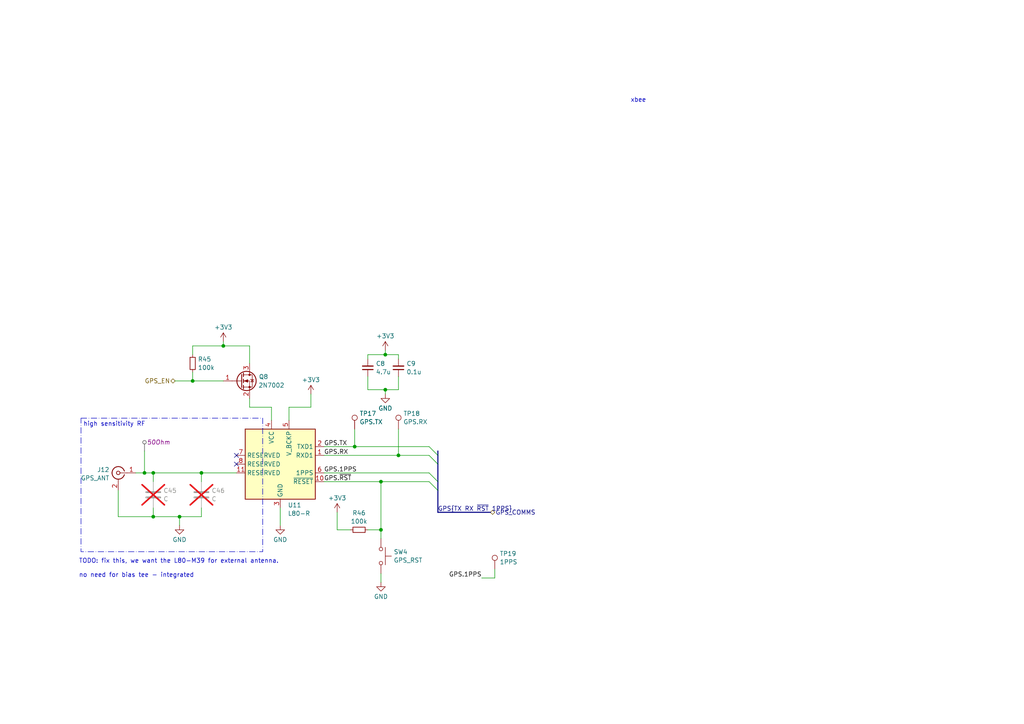
<source format=kicad_sch>
(kicad_sch (version 20230121) (generator eeschema)
  (paper "A4")
  (title_block (title "T3 Telemetry Board") (date "2023-07-26") (rev "1") (company "Solar Vehicle Project"))
  (lib_symbols
    (symbol "Connector:Conn_Coaxial" (pin_names (offset 1.016) hide)
      (property "Reference" "J" (at 0.254 3.048 0))
      (property "Value" "Conn_Coaxial" (at 2.921 0 90))
      (symbol "Conn_Coaxial_0_1"
        (arc (start -1.778 -0.508) (mid 0.2311 -1.8066) (end 1.778 0) (stroke (width 0.254)))
        (polyline (pts (xy -2.54 0) (xy -0.508 0)))
        (polyline (pts (xy 0 -2.54) (xy 0 -1.778)))
        (circle (center 0 0) (radius 0.508) (stroke (width 0.2032)))
        (arc (start 1.778 0) (mid 0.2099 1.8101) (end -1.778 0.508) (stroke (width 0.254)))
      )
      (symbol "Conn_Coaxial_1_1"
        (pin passive line (at -5.08 0 0) (length 2.54) (name "In") (number "1"))
        (pin passive line (at 0 -5.08 90) (length 2.54) (name "Ext") (number "2"))
      )
    )
    (symbol "Connector:TestPoint" (pin_numbers hide) (pin_names (offset 0.762) hide)
      (property "Reference" "TP" (at 0 6.858 0))
      (property "Value" "TestPoint" (at 0 5.08 0))
      (symbol "TestPoint_0_1"
        (circle (center 0 3.302) (radius 0.762))
      )
      (symbol "TestPoint_1_1"
        (pin passive line (at 0 0 90) (length 2.54) (name "1") (number "1"))
      )
    )
    (symbol "Device:C" (pin_numbers hide) (pin_names (offset 0.254))
      (property "Reference" "C" (at 0.635 2.54 0))
      (property "Value" "C" (at 0.635 -2.54 0))
      (symbol "C_0_1"
        (polyline (pts (xy -2.032 -0.762) (xy 2.032 -0.762)) (stroke (width 0.508)))
        (polyline (pts (xy -2.032 0.762) (xy 2.032 0.762)) (stroke (width 0.508)))
      )
      (symbol "C_1_1"
        (pin passive line (at 0 3.81 270) (length 2.794) (name "~") (number "1"))
        (pin passive line (at 0 -3.81 90) (length 2.794) (name "~") (number "2"))
      )
    )
    (symbol "Device:C_Small" (pin_numbers hide) (pin_names (offset 0.254) hide)
      (property "Reference" "C" (at 0.254 1.778 0))
      (property "Value" "C_Small" (at 0.254 -2.032 0))
      (symbol "C_Small_0_1"
        (polyline (pts (xy -1.524 -0.508) (xy 1.524 -0.508)) (stroke (width 0.3302)))
        (polyline (pts (xy -1.524 0.508) (xy 1.524 0.508)) (stroke (width 0.3048)))
      )
      (symbol "C_Small_1_1"
        (pin passive line (at 0 2.54 270) (length 2.032) (name "~") (number "1"))
        (pin passive line (at 0 -2.54 90) (length 2.032) (name "~") (number "2"))
      )
    )
    (symbol "Device:R_Small" (pin_numbers hide) (pin_names (offset 0.254) hide)
      (property "Reference" "R" (at 0.762 0.508 0))
      (property "Value" "R_Small" (at 0.762 -1.016 0))
      (symbol "R_Small_0_1"
        (rectangle (start -0.762 1.778) (end 0.762 -1.778) (stroke (width 0.2032)))
      )
      (symbol "R_Small_1_1"
        (pin passive line (at 0 2.54 270) (length 0.762) (name "~") (number "1"))
        (pin passive line (at 0 -2.54 90) (length 0.762) (name "~") (number "2"))
      )
    )
    (symbol "RF_GPS:L80-R"
      (property "Reference" "U" (at -10.16 11.43 0))
      (property "Value" "L80-R" (at 10.16 11.43 0))
      (symbol "L80-R_0_1"
        (rectangle (start -10.16 10.16) (end 10.16 -10.16) (stroke (width 0.254)) (fill (type background)))
      )
      (symbol "L80-R_1_1"
        (pin input line (at 12.7 2.54 180) (length 2.54) (name "RXD1") (number "1"))
        (pin input line (at 12.7 -5.08 180) (length 2.54) (name "~{RESET}") (number "10"))
        (pin passive line (at -12.7 -2.54 0) (length 2.54) (name "RESERVED") (number "11"))
        (pin passive line (at 0 -12.7 90) (length 2.54) hide (name "GND") (number "12"))
        (pin output line (at 12.7 5.08 180) (length 2.54) (name "TXD1") (number "2"))
        (pin power_in line (at 0 -12.7 90) (length 2.54) (name "GND") (number "3"))
        (pin power_in line (at -2.54 12.7 270) (length 2.54) (name "VCC") (number "4"))
        (pin power_in line (at 2.54 12.7 270) (length 2.54) (name "V_BCKP") (number "5"))
        (pin output line (at 12.7 -2.54 180) (length 2.54) (name "1PPS") (number "6"))
        (pin passive line (at -12.7 2.54 0) (length 2.54) (name "RESERVED") (number "7"))
        (pin passive line (at -12.7 0 0) (length 2.54) (name "RESERVED") (number "8"))
        (pin no_connect line (at 10.16 0 180) (length 2.54) hide (name "NC") (number "9"))
      )
    )
    (symbol "Switch:SW_Push" (pin_numbers hide) (pin_names (offset 1.016) hide)
      (property "Reference" "SW" (at 1.27 2.54 0))
      (property "Value" "SW_Push" (at 0 -1.524 0))
      (symbol "SW_Push_0_1"
        (circle (center -2.032 0) (radius 0.508))
        (polyline (pts (xy 0 1.27) (xy 0 3.048)))
        (polyline (pts (xy 2.54 1.27) (xy -2.54 1.27)))
        (circle (center 2.032 0) (radius 0.508))
        (pin passive line (at -5.08 0 0) (length 2.54) (name "1") (number "1"))
        (pin passive line (at 5.08 0 180) (length 2.54) (name "2") (number "2"))
      )
    )
    (symbol "Transistor_FET:2N7002" (pin_names hide)
      (property "Reference" "Q" (at 5.08 1.905 0))
      (property "Value" "2N7002" (at 5.08 0 0))
      (symbol "2N7002_0_1"
        (polyline (pts (xy 0.254 0) (xy -2.54 0)))
        (polyline (pts (xy 0.254 1.905) (xy 0.254 -1.905)) (stroke (width 0.254)))
        (polyline (pts (xy 0.762 -1.27) (xy 0.762 -2.286)) (stroke (width 0.254)))
        (polyline (pts (xy 0.762 0.508) (xy 0.762 -0.508)) (stroke (width 0.254)))
        (polyline (pts (xy 0.762 2.286) (xy 0.762 1.27)) (stroke (width 0.254)))
        (polyline (pts (xy 2.54 2.54) (xy 2.54 1.778)))
        (polyline (pts (xy 2.54 -2.54) (xy 2.54 0) (xy 0.762 0)))
        (polyline (pts (xy 0.762 -1.778) (xy 3.302 -1.778) (xy 3.302 1.778) (xy 0.762 1.778)))
        (polyline (pts (xy 1.016 0) (xy 2.032 0.381) (xy 2.032 -0.381) (xy 1.016 0)) (fill (type outline)))
        (polyline (pts (xy 2.794 0.508) (xy 2.921 0.381) (xy 3.683 0.381) (xy 3.81 0.254)))
        (polyline (pts (xy 3.302 0.381) (xy 2.921 -0.254) (xy 3.683 -0.254) (xy 3.302 0.381)))
        (circle (center 1.651 0) (radius 2.794) (stroke (width 0.254)))
        (circle (center 2.54 -1.778) (radius 0.254) (fill (type outline)))
        (circle (center 2.54 1.778) (radius 0.254) (fill (type outline)))
      )
      (symbol "2N7002_1_1"
        (pin input line (at -5.08 0 0) (length 2.54) (name "G") (number "1"))
        (pin passive line (at 2.54 -5.08 90) (length 2.54) (name "S") (number "2"))
        (pin passive line (at 2.54 5.08 270) (length 2.54) (name "D") (number "3"))
      )
    )
    (symbol "power:+3V3" (power) (pin_names (offset 0))
      (property "Value" "+3V3" (at 0 3.556 0))
      (symbol "+3V3_0_1"
        (polyline (pts (xy -0.762 1.27) (xy 0 2.54)))
        (polyline (pts (xy 0 0) (xy 0 2.54)))
        (polyline (pts (xy 0 2.54) (xy 0.762 1.27)))
      )
      (symbol "+3V3_1_1"
        (pin power_in line (at 0 0 90) (length 0) hide (name "+3V3") (number "1"))
      )
    )
    (symbol "power:GND" (power) (pin_names (offset 0))
      (property "Value" "GND" (at 0 -3.81 0))
      (symbol "GND_0_1"
        (polyline (pts (xy 0 0) (xy 0 -1.27) (xy 1.27 -1.27) (xy 0 -2.54) (xy -1.27 -1.27) (xy 0 -1.27)))
      )
      (symbol "GND_1_1"
        (pin power_in line (at 0 0 270) (length 0) hide (name "GND") (number "1"))
      )
    )
  )
  (junction (at 55.88 110.49))
  (junction (at 64.77 100.33))
  (junction (at 110.49 139.7))
  (junction (at 44.45 137.16))
  (junction (at 110.49 153.67))
  (junction (at 44.45 149.86))
  (junction (at 52.07 149.86))
  (junction (at 58.42 137.16))
  (junction (at 111.76 113.03))
  (junction (at 102.87 129.54))
  (junction (at 41.91 137.16))
  (junction (at 111.76 102.87))
  (junction (at 115.57 132.08))
  (no_connect (at 68.58 132.08))
  (no_connect (at 68.58 134.62))
  (bus_entry (at 127 142.24) (size -2.54 -2.54))
  (bus_entry (at 127 132.08) (size -2.54 -2.54))
  (bus_entry (at 127 139.7) (size -2.54 -2.54))
  (bus_entry (at 127 134.62) (size -2.54 -2.54))
  (wire (pts (xy 111.76 113.03) (xy 115.57 113.03)))
  (wire (pts (xy 93.98 129.54) (xy 102.87 129.54)))
  (wire (pts (xy 44.45 147.32) (xy 44.45 149.86)))
  (wire (pts (xy 106.68 153.67) (xy 110.49 153.67)))
  (bus (pts (xy 127 130.81) (xy 127 132.08)))
  (wire (pts (xy 72.39 100.33) (xy 72.39 105.41)))
  (bus (pts (xy 127 142.24) (xy 127 148.59)))
  (wire (pts (xy 55.88 110.49) (xy 64.77 110.49)))
  (wire (pts (xy 78.74 118.11) (xy 78.74 121.92)))
  (wire (pts (xy 58.42 137.16) (xy 68.58 137.16)))
  (wire (pts (xy 106.68 109.22) (xy 106.68 113.03)))
  (wire (pts (xy 106.68 102.87) (xy 106.68 104.14)))
  (wire (pts (xy 44.45 137.16) (xy 58.42 137.16)))
  (wire (pts (xy 44.45 149.86) (xy 52.07 149.86)))
  (wire (pts (xy 115.57 104.14) (xy 115.57 102.87)))
  (wire (pts (xy 110.49 139.7) (xy 124.46 139.7)))
  (wire (pts (xy 64.77 100.33) (xy 72.39 100.33)))
  (wire (pts (xy 110.49 139.7) (xy 110.49 153.67)))
  (wire (pts (xy 139.7 167.64) (xy 143.51 167.64)))
  (wire (pts (xy 102.87 129.54) (xy 124.46 129.54)))
  (wire (pts (xy 111.76 102.87) (xy 115.57 102.87)))
  (bus (pts (xy 127 134.62) (xy 127 139.7)))
  (wire (pts (xy 124.46 132.08) (xy 115.57 132.08)))
  (wire (pts (xy 90.17 118.11) (xy 83.82 118.11)))
  (wire (pts (xy 90.17 114.3) (xy 90.17 118.11)))
  (wire (pts (xy 97.79 148.59) (xy 97.79 153.67)))
  (wire (pts (xy 106.68 113.03) (xy 111.76 113.03)))
  (wire (pts (xy 115.57 124.46) (xy 115.57 132.08)))
  (wire (pts (xy 111.76 114.3) (xy 111.76 113.03)))
  (bus (pts (xy 127 139.7) (xy 127 142.24)))
  (wire (pts (xy 72.39 118.11) (xy 78.74 118.11)))
  (wire (pts (xy 143.51 165.1) (xy 143.51 167.64)))
  (wire (pts (xy 52.07 149.86) (xy 52.07 152.4)))
  (wire (pts (xy 97.79 153.67) (xy 101.6 153.67)))
  (wire (pts (xy 111.76 102.87) (xy 106.68 102.87)))
  (wire (pts (xy 93.98 139.7) (xy 110.49 139.7)))
  (bus (pts (xy 127 148.59) (xy 142.24 148.59)))
  (wire (pts (xy 58.42 147.32) (xy 58.42 149.86)))
  (wire (pts (xy 58.42 149.86) (xy 52.07 149.86)))
  (wire (pts (xy 115.57 113.03) (xy 115.57 109.22)))
  (wire (pts (xy 55.88 102.87) (xy 55.88 100.33)))
  (wire (pts (xy 41.91 137.16) (xy 44.45 137.16)))
  (wire (pts (xy 39.37 137.16) (xy 41.91 137.16)))
  (wire (pts (xy 111.76 101.6) (xy 111.76 102.87)))
  (wire (pts (xy 124.46 137.16) (xy 93.98 137.16)))
  (wire (pts (xy 102.87 124.46) (xy 102.87 129.54)))
  (wire (pts (xy 34.29 142.24) (xy 34.29 149.86)))
  (wire (pts (xy 110.49 166.37) (xy 110.49 168.91)))
  (wire (pts (xy 72.39 115.57) (xy 72.39 118.11)))
  (wire (pts (xy 44.45 137.16) (xy 44.45 139.7)))
  (wire (pts (xy 55.88 100.33) (xy 64.77 100.33)))
  (wire (pts (xy 41.91 130.81) (xy 41.91 137.16)))
  (bus (pts (xy 127 132.08) (xy 127 134.62)))
  (wire (pts (xy 81.28 147.32) (xy 81.28 152.4)))
  (wire (pts (xy 34.29 149.86) (xy 44.45 149.86)))
  (wire (pts (xy 55.88 107.95) (xy 55.88 110.49)))
  (wire (pts (xy 110.49 153.67) (xy 110.49 156.21)))
  (wire (pts (xy 83.82 118.11) (xy 83.82 121.92)))
  (wire (pts (xy 64.77 99.06) (xy 64.77 100.33)))
  (wire (pts (xy 50.8 110.49) (xy 55.88 110.49)))
  (wire (pts (xy 115.57 132.08) (xy 93.98 132.08)))
  (wire (pts (xy 58.42 137.16) (xy 58.42 139.7)))
  (rectangle (start 23.495 121.285) (end 76.2 160.02) (stroke (width 0) (type dash_dot)))
  (text "TODO: fix this, we want the L80-M39 for external antenna.\n\nno need for bias tee - integrated\n" (at 22.86 167.64 0) (effects (font (size 1.27 1.27)) (justify left bottom)))
  (text "high sensitivity RF" (at 24.13 123.825 0) (effects (font (size 1.27 1.27)) (justify left bottom)))
  (text "xbee\n" (at 182.88 29.845 0) (effects (font (size 1.27 1.27)) (justify left bottom)))
  (label "GPS.1PPS" (at 139.7 167.64 180))
  (label "GPS{TX RX ~{RST} 1PPS}" (at 127 148.59 0))
  (label "GPS.~{RST}" (at 93.98 139.7 0))
  (label "GPS.TX" (at 93.98 129.54 0))
  (label "GPS.RX" (at 93.98 132.08 0))
  (label "GPS.1PPS" (at 93.98 137.16 0))
  (hierarchical_label "GPS_COMMS" (shape bidirectional) (at 142.24 148.59 0))
  (hierarchical_label "GPS_EN" (shape bidirectional) (at 50.8 110.49 180))
  (netclass_flag "" (length 2.54) (shape round) (at 41.91 130.81 0) (property "Netclass" "50Ohm" (at 42.6085 128.27 0) (effects (font italic) (justify left))))
  (symbol (lib_id "Connector:TestPoint") (at 115.57 124.46 0) (unit 1) (in_bom no)
    (property "Reference" "TP18" (at 116.967 119.9459 0) (effects (justify left)))
    (property "Value" "GPS.RX" (at 116.967 122.3701 0) (effects (justify left)))
    (property "Footprint" "TestPoint:TestPoint_Pad_D1.0mm" (effects hide))
  )
  (symbol (lib_id "power:GND") (at 52.07 152.4 0) (unit 1)
    (property "Reference" "#PWR088" (effects hide))
    (property "Value" "GND" (at 52.07 156.5331 0))
  )
  (symbol (lib_id "power:GND") (at 110.49 168.91 0) (unit 1)
    (property "Reference" "#PWR093" (effects hide))
    (property "Value" "GND" (at 110.49 173.0431 0))
  )
  (symbol (lib_id "Device:R_Small") (at 104.14 153.67 90) (unit 1)
    (property "Reference" "R46" (at 104.14 148.7891 90))
    (property "Value" "100k" (at 104.14 151.2133 90))
    (property "Footprint" "Resistor_SMD:R_0402_1005Metric" (effects hide))
  )
  (symbol (lib_id "power:GND") (at 81.28 152.4 0) (unit 1)
    (property "Reference" "#PWR090" (effects hide))
    (property "Value" "GND" (at 81.28 156.5331 0))
  )
  (symbol (lib_id "Connector:TestPoint") (at 102.87 124.46 0) (unit 1) (in_bom no)
    (property "Reference" "TP17" (at 104.267 119.9459 0) (effects (justify left)))
    (property "Value" "GPS.TX" (at 104.267 122.3701 0) (effects (justify left)))
    (property "Footprint" "TestPoint:TestPoint_Pad_D1.0mm" (effects hide))
  )
  (symbol (lib_id "RF_GPS:L80-R") (at 81.28 134.62 0) (unit 1)
    (property "Reference" "U11" (at 83.4741 146.5001 0) (effects (justify left)))
    (property "Value" "L80-R" (at 83.4741 148.9243 0) (effects (justify left)))
    (property "Footprint" "RF_GPS:Quectel_L80-R" (effects hide))
    (property "Datasheet" "https://www.quectel.com/UploadImage/Downlad/Quectel_L80-R_Hardware_Design_V1.2.pdf" (effects hide))
  )
  (symbol (lib_id "Connector:TestPoint") (at 143.51 165.1 0) (unit 1) (in_bom no)
    (property "Reference" "TP19" (at 144.907 160.5859 0) (effects (justify left)))
    (property "Value" "1PPS" (at 144.907 163.0101 0) (effects (justify left)))
    (property "Footprint" "TestPoint:TestPoint_Pad_D1.0mm" (effects hide))
  )
  (symbol (lib_id "power:+3V3") (at 90.17 114.3 0) (unit 1)
    (property "Reference" "#PWR091" (effects hide))
    (property "Value" "+3V3" (at 90.17 110.1669 0))
  )
  (symbol (lib_id "power:+3V3") (at 97.79 148.59 0) (unit 1)
    (property "Reference" "#PWR092" (effects hide))
    (property "Value" "+3V3" (at 97.79 144.4569 0))
  )
  (symbol (lib_id "Device:R_Small") (at 55.88 105.41 0) (unit 1)
    (property "Reference" "R45" (at 57.3786 104.1979 0) (effects (justify left)))
    (property "Value" "100k" (at 57.3786 106.6221 0) (effects (justify left)))
    (property "Footprint" "Resistor_SMD:R_0402_1005Metric" (effects hide))
  )
  (symbol (lib_id "Device:C_Small") (at 106.68 106.68 180) (unit 1)
    (property "Reference" "C8" (at 109.0041 105.4615 0) (effects (justify right)))
    (property "Value" "4.7u" (at 109.0041 107.8857 0) (effects (justify right)))
    (property "Footprint" "Capacitor_SMD:C_0805_2012Metric" (effects hide))
    (instances (project "telem3" (path "" (reference "C8") (unit 1)) (path "" (reference "C47") (unit 1))))
  )
  (symbol (lib_id "power:+3V3") (at 64.77 99.06 0) (unit 1)
    (property "Reference" "#PWR089" (effects hide))
    (property "Value" "+3V3" (at 64.77 94.9269 0))
  )
  (symbol (lib_id "Device:C_Small") (at 115.57 106.68 180) (unit 1)
    (property "Reference" "C9" (at 117.8941 105.4615 0) (effects (justify right)))
    (property "Value" "0.1u" (at 117.8941 107.8857 0) (effects (justify right)))
    (property "Footprint" "Capacitor_SMD:C_0402_1005Metric" (effects hide))
    (instances (project "telem3" (path "" (reference "C9") (unit 1)) (path "" (reference "C48") (unit 1))))
  )
  (symbol (lib_id "Device:C") (at 58.42 143.51 0) (unit 1) (on_board no) (dnp yes)
    (property "Reference" "C46" (at 61.341 142.2979 0) (effects (justify left)))
    (property "Value" "C" (at 61.341 144.7221 0) (effects (justify left)))
    (property "Footprint" "Capacitor_SMD:C_0603_1608Metric" (effects hide))
  )
  (symbol (lib_id "power:GND") (at 111.76 114.3 0) (unit 1)
    (property "Reference" "#PWR095" (effects hide))
    (property "Value" "GND" (at 111.76 118.4331 0))
  )
  (symbol (lib_id "Switch:SW_Push") (at 110.49 161.29 270) (unit 1)
    (property "Reference" "SW4" (at 114.173 160.0779 90) (effects (justify left)))
    (property "Value" "GPS_RST" (at 114.173 162.5021 90) (effects (justify left)))
    (property "Footprint" "Button_Switch_SMD:SW_Push_1P1T_XKB_TS-1187A" (effects hide))
  )
  (symbol (lib_id "Device:C") (at 44.45 143.51 0) (unit 1) (on_board no) (dnp yes)
    (property "Reference" "C45" (at 47.371 142.2979 0) (effects (justify left)))
    (property "Value" "C" (at 47.371 144.7221 0) (effects (justify left)))
    (property "Footprint" "Capacitor_SMD:C_0603_1608Metric" (effects hide))
  )
  (symbol (lib_id "Transistor_FET:2N7002") (at 69.85 110.49 0) (unit 1)
    (property "Reference" "Q8" (at 75.057 109.2779 0) (effects (justify left)))
    (property "Value" "2N7002" (at 74.93 111.76 0) (effects (justify left)))
    (property "Footprint" "Package_TO_SOT_SMD:SOT-23" (effects hide))
    (property "Datasheet" "https://www.onsemi.com/pub/Collateral/NDS7002A-D.PDF" (effects hide))
  )
  (symbol (lib_id "power:+3V3") (at 111.76 101.6 0) (mirror y) (unit 1)
    (property "Reference" "#PWR094" (effects hide))
    (property "Value" "+3V3" (at 111.76 97.4669 0))
  )
  (symbol (lib_id "Connector:Conn_Coaxial") (at 34.29 137.16 0) (mirror y) (unit 1)
    (property "Reference" "J12" (at 31.7499 136.2411 0) (effects (justify left)))
    (property "Value" "GPS_ANT" (at 31.7499 138.6653 0) (effects (justify left)))
    (property "Footprint" "Connector_Coaxial:SMA_Molex_73251-2120_EdgeMount_Horizontal" (effects hide))
    (property "Datasheet" " ~" (effects hide))
  )
)
</source>
